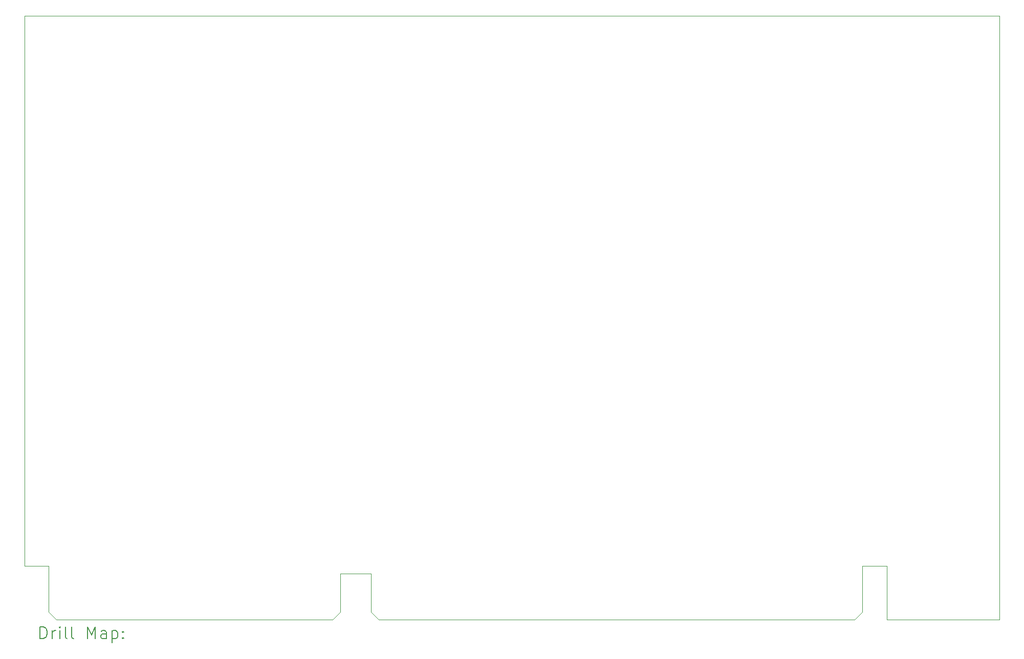
<source format=gbr>
%TF.GenerationSoftware,KiCad,Pcbnew,8.0.0*%
%TF.CreationDate,2024-03-03T11:21:54-05:00*%
%TF.ProjectId,ISA8255,49534138-3235-4352-9e6b-696361645f70,rev?*%
%TF.SameCoordinates,Original*%
%TF.FileFunction,Drillmap*%
%TF.FilePolarity,Positive*%
%FSLAX45Y45*%
G04 Gerber Fmt 4.5, Leading zero omitted, Abs format (unit mm)*
G04 Created by KiCad (PCBNEW 8.0.0) date 2024-03-03 11:21:54*
%MOMM*%
%LPD*%
G01*
G04 APERTURE LIST*
%ADD10C,0.100000*%
%ADD11C,0.200000*%
G04 APERTURE END LIST*
D10*
X19450000Y-14224000D02*
X19450000Y-15113000D01*
X21315000Y-5113000D02*
X5188000Y-5113000D01*
X19450000Y-15113000D02*
X21315000Y-15113000D01*
X21315000Y-15113000D02*
X21315000Y-5113000D01*
X5188000Y-14224000D02*
X5188000Y-5113000D01*
X5588000Y-14224000D02*
X5188000Y-14224000D01*
X5588000Y-14986000D02*
X5588000Y-14224000D01*
X5715000Y-15113000D02*
X5588000Y-14986000D01*
X10287000Y-15113000D02*
X5715000Y-15113000D01*
X10287000Y-15113000D02*
X10414000Y-14986000D01*
X10414000Y-14351000D02*
X10414000Y-14986000D01*
X10922000Y-14351000D02*
X10414000Y-14351000D01*
X10922000Y-14986000D02*
X10922000Y-14351000D01*
X11049000Y-15113000D02*
X10922000Y-14986000D01*
X18923000Y-15113000D02*
X11049000Y-15113000D01*
X18923000Y-15113000D02*
X19050000Y-14986000D01*
X19050000Y-14224000D02*
X19050000Y-14986000D01*
X19450000Y-14224000D02*
X19050000Y-14224000D01*
D11*
X5443777Y-15429484D02*
X5443777Y-15229484D01*
X5443777Y-15229484D02*
X5491396Y-15229484D01*
X5491396Y-15229484D02*
X5519967Y-15239008D01*
X5519967Y-15239008D02*
X5539015Y-15258055D01*
X5539015Y-15258055D02*
X5548539Y-15277103D01*
X5548539Y-15277103D02*
X5558063Y-15315198D01*
X5558063Y-15315198D02*
X5558063Y-15343769D01*
X5558063Y-15343769D02*
X5548539Y-15381865D01*
X5548539Y-15381865D02*
X5539015Y-15400912D01*
X5539015Y-15400912D02*
X5519967Y-15419960D01*
X5519967Y-15419960D02*
X5491396Y-15429484D01*
X5491396Y-15429484D02*
X5443777Y-15429484D01*
X5643777Y-15429484D02*
X5643777Y-15296150D01*
X5643777Y-15334246D02*
X5653301Y-15315198D01*
X5653301Y-15315198D02*
X5662824Y-15305674D01*
X5662824Y-15305674D02*
X5681872Y-15296150D01*
X5681872Y-15296150D02*
X5700920Y-15296150D01*
X5767586Y-15429484D02*
X5767586Y-15296150D01*
X5767586Y-15229484D02*
X5758062Y-15239008D01*
X5758062Y-15239008D02*
X5767586Y-15248531D01*
X5767586Y-15248531D02*
X5777110Y-15239008D01*
X5777110Y-15239008D02*
X5767586Y-15229484D01*
X5767586Y-15229484D02*
X5767586Y-15248531D01*
X5891396Y-15429484D02*
X5872348Y-15419960D01*
X5872348Y-15419960D02*
X5862824Y-15400912D01*
X5862824Y-15400912D02*
X5862824Y-15229484D01*
X5996158Y-15429484D02*
X5977110Y-15419960D01*
X5977110Y-15419960D02*
X5967586Y-15400912D01*
X5967586Y-15400912D02*
X5967586Y-15229484D01*
X6224729Y-15429484D02*
X6224729Y-15229484D01*
X6224729Y-15229484D02*
X6291396Y-15372341D01*
X6291396Y-15372341D02*
X6358062Y-15229484D01*
X6358062Y-15229484D02*
X6358062Y-15429484D01*
X6539015Y-15429484D02*
X6539015Y-15324722D01*
X6539015Y-15324722D02*
X6529491Y-15305674D01*
X6529491Y-15305674D02*
X6510443Y-15296150D01*
X6510443Y-15296150D02*
X6472348Y-15296150D01*
X6472348Y-15296150D02*
X6453301Y-15305674D01*
X6539015Y-15419960D02*
X6519967Y-15429484D01*
X6519967Y-15429484D02*
X6472348Y-15429484D01*
X6472348Y-15429484D02*
X6453301Y-15419960D01*
X6453301Y-15419960D02*
X6443777Y-15400912D01*
X6443777Y-15400912D02*
X6443777Y-15381865D01*
X6443777Y-15381865D02*
X6453301Y-15362817D01*
X6453301Y-15362817D02*
X6472348Y-15353293D01*
X6472348Y-15353293D02*
X6519967Y-15353293D01*
X6519967Y-15353293D02*
X6539015Y-15343769D01*
X6634253Y-15296150D02*
X6634253Y-15496150D01*
X6634253Y-15305674D02*
X6653301Y-15296150D01*
X6653301Y-15296150D02*
X6691396Y-15296150D01*
X6691396Y-15296150D02*
X6710443Y-15305674D01*
X6710443Y-15305674D02*
X6719967Y-15315198D01*
X6719967Y-15315198D02*
X6729491Y-15334246D01*
X6729491Y-15334246D02*
X6729491Y-15391388D01*
X6729491Y-15391388D02*
X6719967Y-15410436D01*
X6719967Y-15410436D02*
X6710443Y-15419960D01*
X6710443Y-15419960D02*
X6691396Y-15429484D01*
X6691396Y-15429484D02*
X6653301Y-15429484D01*
X6653301Y-15429484D02*
X6634253Y-15419960D01*
X6815205Y-15410436D02*
X6824729Y-15419960D01*
X6824729Y-15419960D02*
X6815205Y-15429484D01*
X6815205Y-15429484D02*
X6805682Y-15419960D01*
X6805682Y-15419960D02*
X6815205Y-15410436D01*
X6815205Y-15410436D02*
X6815205Y-15429484D01*
X6815205Y-15305674D02*
X6824729Y-15315198D01*
X6824729Y-15315198D02*
X6815205Y-15324722D01*
X6815205Y-15324722D02*
X6805682Y-15315198D01*
X6805682Y-15315198D02*
X6815205Y-15305674D01*
X6815205Y-15305674D02*
X6815205Y-15324722D01*
M02*

</source>
